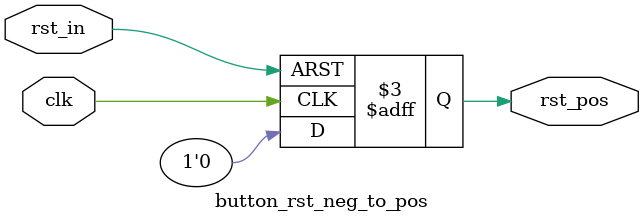
<source format=v>
module button_rst_neg_to_pos(clk,rst_in,rst_pos);
input clk,rst_in;
output reg rst_pos;
always@(posedge clk, negedge rst_in) begin
    if(rst_in == 0)
        rst_pos <= 1;
    else 
        rst_pos <= 0;
end
endmodule

</source>
